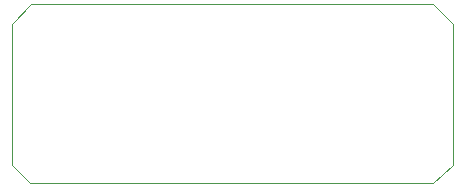
<source format=gbr>
G04 #@! TF.GenerationSoftware,KiCad,Pcbnew,5.1.2-f72e74a~84~ubuntu18.04.1*
G04 #@! TF.CreationDate,2019-09-15T12:12:38+02:00*
G04 #@! TF.ProjectId,Xt30_Hub,58743330-5f48-4756-922e-6b696361645f,rev?*
G04 #@! TF.SameCoordinates,Original*
G04 #@! TF.FileFunction,Profile,NP*
%FSLAX46Y46*%
G04 Gerber Fmt 4.6, Leading zero omitted, Abs format (unit mm)*
G04 Created by KiCad (PCBNEW 5.1.2-f72e74a~84~ubuntu18.04.1) date 2019-09-15 12:12:38*
%MOMM*%
%LPD*%
G04 APERTURE LIST*
%ADD10C,0.100000*%
G04 APERTURE END LIST*
D10*
X163195000Y-101092000D02*
X164846000Y-99568000D01*
X164846000Y-99568000D02*
X164846000Y-87630000D01*
X127508000Y-87630000D02*
X129159000Y-85979000D01*
X127508000Y-99568000D02*
X127508000Y-87630000D01*
X129032000Y-101092000D02*
X127508000Y-99568000D01*
X163195000Y-101092000D02*
X129032000Y-101092000D01*
X163195000Y-85979000D02*
X164846000Y-87630000D01*
X129159000Y-85979000D02*
X163195000Y-85979000D01*
M02*

</source>
